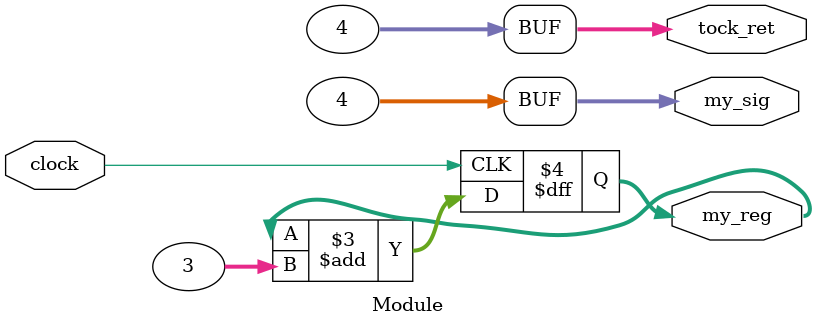
<source format=sv>
`include "metron/tools/metron_tools.sv"


package MyPackage;
  parameter /*static*/ /*const*/ int foo = 3;
endpackage

module Module (
  // global clock
  input logic clock,
  // output signals
  output int my_sig,
  // output registers
  output int my_reg,
  // tock() ports
  output int tock_ret
);
/*public*/


  always_comb begin : tock
    my_sig = MyPackage::foo + 1;
    tock_ret = my_sig;
  end

  always_ff @(posedge clock) begin : tick
    my_reg <= my_reg + MyPackage::foo;
  end
endmodule

</source>
